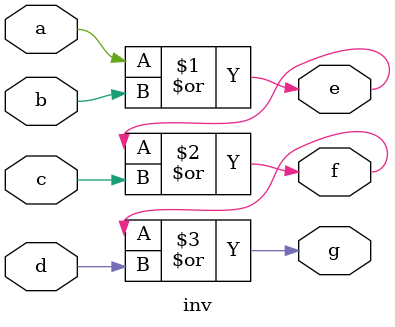
<source format=v>
`timescale 1ns / 1ps

module inv(a, b, c, d, e, f, g);
input a, b, c, d;
output e, f, g;

assign e = a|b;
assign f = e|c;
assign g = f|d;

endmodule

</source>
